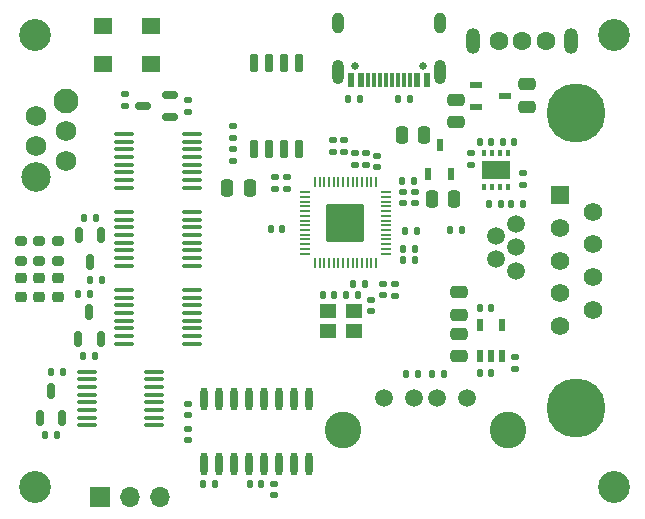
<source format=gts>
G04 #@! TF.GenerationSoftware,KiCad,Pcbnew,7.0.8*
G04 #@! TF.CreationDate,2023-10-01T21:36:48-07:00*
G04 #@! TF.ProjectId,babelfish,62616265-6c66-4697-9368-2e6b69636164,REV1*
G04 #@! TF.SameCoordinates,Original*
G04 #@! TF.FileFunction,Soldermask,Top*
G04 #@! TF.FilePolarity,Negative*
%FSLAX46Y46*%
G04 Gerber Fmt 4.6, Leading zero omitted, Abs format (unit mm)*
G04 Created by KiCad (PCBNEW 7.0.8) date 2023-10-01 21:36:48*
%MOMM*%
%LPD*%
G01*
G04 APERTURE LIST*
G04 Aperture macros list*
%AMRoundRect*
0 Rectangle with rounded corners*
0 $1 Rounding radius*
0 $2 $3 $4 $5 $6 $7 $8 $9 X,Y pos of 4 corners*
0 Add a 4 corners polygon primitive as box body*
4,1,4,$2,$3,$4,$5,$6,$7,$8,$9,$2,$3,0*
0 Add four circle primitives for the rounded corners*
1,1,$1+$1,$2,$3*
1,1,$1+$1,$4,$5*
1,1,$1+$1,$6,$7*
1,1,$1+$1,$8,$9*
0 Add four rect primitives between the rounded corners*
20,1,$1+$1,$2,$3,$4,$5,0*
20,1,$1+$1,$4,$5,$6,$7,0*
20,1,$1+$1,$6,$7,$8,$9,0*
20,1,$1+$1,$8,$9,$2,$3,0*%
G04 Aperture macros list end*
%ADD10O,1.731496X0.343002*%
%ADD11R,0.622301X1.104902*%
%ADD12RoundRect,0.135000X-0.135000X-0.185000X0.135000X-0.185000X0.135000X0.185000X-0.135000X0.185000X0*%
%ADD13RoundRect,0.150000X-0.150000X0.512500X-0.150000X-0.512500X0.150000X-0.512500X0.150000X0.512500X0*%
%ADD14RoundRect,0.250000X0.475000X-0.250000X0.475000X0.250000X-0.475000X0.250000X-0.475000X-0.250000X0*%
%ADD15RoundRect,0.135000X0.185000X-0.135000X0.185000X0.135000X-0.185000X0.135000X-0.185000X-0.135000X0*%
%ADD16RoundRect,0.250000X0.250000X0.475000X-0.250000X0.475000X-0.250000X-0.475000X0.250000X-0.475000X0*%
%ADD17C,1.500000*%
%ADD18R,1.700000X1.700000*%
%ADD19O,1.700000X1.700000*%
%ADD20C,2.700000*%
%ADD21RoundRect,0.140000X-0.170000X0.140000X-0.170000X-0.140000X0.170000X-0.140000X0.170000X0.140000X0*%
%ADD22RoundRect,0.218750X0.256250X-0.218750X0.256250X0.218750X-0.256250X0.218750X-0.256250X-0.218750X0*%
%ADD23RoundRect,0.140000X0.140000X0.170000X-0.140000X0.170000X-0.140000X-0.170000X0.140000X-0.170000X0*%
%ADD24RoundRect,0.140000X-0.140000X-0.170000X0.140000X-0.170000X0.140000X0.170000X-0.140000X0.170000X0*%
%ADD25RoundRect,0.135000X0.135000X0.185000X-0.135000X0.185000X-0.135000X-0.185000X0.135000X-0.185000X0*%
%ADD26RoundRect,0.135000X-0.185000X0.135000X-0.185000X-0.135000X0.185000X-0.135000X0.185000X0.135000X0*%
%ADD27C,0.649987*%
%ADD28O,1.000000X2.100000*%
%ADD29O,1.000000X1.800000*%
%ADD30R,0.600000X1.240005*%
%ADD31R,0.300000X1.240005*%
%ADD32RoundRect,0.250000X-0.250000X-0.475000X0.250000X-0.475000X0.250000X0.475000X-0.250000X0.475000X0*%
%ADD33C,2.100000*%
%ADD34C,2.500000*%
%ADD35C,1.750000*%
%ADD36R,0.600000X1.070003*%
%ADD37RoundRect,0.140000X0.170000X-0.140000X0.170000X0.140000X-0.170000X0.140000X-0.170000X-0.140000X0*%
%ADD38O,1.599949X1.600000*%
%ADD39O,1.200000X2.200000*%
%ADD40RoundRect,0.200000X-0.275000X0.200000X-0.275000X-0.200000X0.275000X-0.200000X0.275000X0.200000X0*%
%ADD41RoundRect,0.150000X0.512500X0.150000X-0.512500X0.150000X-0.512500X-0.150000X0.512500X-0.150000X0*%
%ADD42R,0.350013X0.600000*%
%ADD43R,2.400051X1.600000*%
%ADD44RoundRect,0.150000X0.150000X-0.512500X0.150000X0.512500X-0.150000X0.512500X-0.150000X-0.512500X0*%
%ADD45RoundRect,0.050000X-0.387500X-0.050000X0.387500X-0.050000X0.387500X0.050000X-0.387500X0.050000X0*%
%ADD46RoundRect,0.050000X-0.050000X-0.387500X0.050000X-0.387500X0.050000X0.387500X-0.050000X0.387500X0*%
%ADD47RoundRect,0.144000X-1.456000X-1.456000X1.456000X-1.456000X1.456000X1.456000X-1.456000X1.456000X0*%
%ADD48C,3.100000*%
%ADD49RoundRect,0.250000X-0.475000X0.250000X-0.475000X-0.250000X0.475000X-0.250000X0.475000X0.250000X0*%
%ADD50R,1.400000X1.200000*%
%ADD51O,0.602007X1.970993*%
%ADD52RoundRect,0.150000X0.150000X-0.650000X0.150000X0.650000X-0.150000X0.650000X-0.150000X-0.650000X0*%
%ADD53R,1.529997X1.359995*%
%ADD54R,1.070003X0.600000*%
%ADD55R,1.574803X1.574803*%
%ADD56C,1.574803*%
%ADD57C,5.000000*%
G04 APERTURE END LIST*
D10*
X93266655Y-81399796D03*
X93266655Y-82049784D03*
X93266655Y-82699771D03*
X93266655Y-83350012D03*
X93266655Y-84000000D03*
X93266655Y-84649987D03*
X93266655Y-85299974D03*
X93266655Y-85949962D03*
X98998177Y-85949962D03*
X98998177Y-85299974D03*
X98998177Y-84649987D03*
X98998177Y-84000000D03*
X98998177Y-83350012D03*
X98998177Y-82699771D03*
X98998177Y-82049784D03*
X98998177Y-81399796D03*
X93298177Y-87999822D03*
X93298177Y-88649810D03*
X93298177Y-89299797D03*
X93298177Y-89950038D03*
X93298177Y-90600026D03*
X93298177Y-91250013D03*
X93298177Y-91900000D03*
X93298177Y-92549988D03*
X99029699Y-92549988D03*
X99029699Y-91900000D03*
X99029699Y-91250013D03*
X99029699Y-90600026D03*
X99029699Y-89950038D03*
X99029699Y-89299797D03*
X99029699Y-88649810D03*
X99029699Y-87999822D03*
X93298177Y-94599796D03*
X93298177Y-95249784D03*
X93298177Y-95899771D03*
X93298177Y-96550012D03*
X93298177Y-97200000D03*
X93298177Y-97849987D03*
X93298177Y-98499974D03*
X93298177Y-99149962D03*
X99029699Y-99149962D03*
X99029699Y-98499974D03*
X99029699Y-97849987D03*
X99029699Y-97200000D03*
X99029699Y-96550012D03*
X99029699Y-95899771D03*
X99029699Y-95249784D03*
X99029699Y-94599796D03*
X90100000Y-101524917D03*
X90100000Y-102174905D03*
X90100000Y-102824892D03*
X90100000Y-103475133D03*
X90100000Y-104125121D03*
X90100000Y-104775108D03*
X90100000Y-105425095D03*
X90100000Y-106075083D03*
X95831522Y-106075083D03*
X95831522Y-105425095D03*
X95831522Y-104775108D03*
X95831522Y-104125121D03*
X95831522Y-103475133D03*
X95831522Y-102824892D03*
X95831522Y-102174905D03*
X95831522Y-101524917D03*
D11*
X123400585Y-100200000D03*
X124349785Y-100200000D03*
X125300000Y-100200000D03*
X125300000Y-97600050D03*
X123400585Y-97600050D03*
D12*
X89384000Y-94927500D03*
X90404000Y-94927500D03*
D13*
X91330000Y-89971800D03*
X89430000Y-89971800D03*
X90380000Y-92246800D03*
D14*
X121600000Y-96700000D03*
X121600000Y-94800000D03*
D15*
X98671377Y-79546774D03*
X98671377Y-78526774D03*
D16*
X118700000Y-81450000D03*
X116800000Y-81450000D03*
D17*
X126500000Y-93000000D03*
D18*
X91260000Y-112100000D03*
D19*
X93800000Y-112100000D03*
X96340000Y-112100000D03*
D20*
X85750000Y-73000000D03*
D21*
X98700000Y-106368830D03*
X98700000Y-107328830D03*
D22*
X84550000Y-95175000D03*
X84550000Y-93600000D03*
D23*
X106675500Y-89439000D03*
X105715500Y-89439000D03*
D24*
X116850000Y-85350000D03*
X117810000Y-85350000D03*
D25*
X118200000Y-101750000D03*
X117180000Y-101750000D03*
D26*
X116200000Y-94100000D03*
X116200000Y-95120000D03*
D22*
X86100000Y-95175000D03*
X86100000Y-93600000D03*
D27*
X118605383Y-75669213D03*
X112815442Y-75669213D03*
D28*
X120025500Y-76169086D03*
X111385419Y-76169086D03*
D29*
X111385419Y-71989000D03*
X120025500Y-71989000D03*
D30*
X118905358Y-76789101D03*
X118105510Y-76789101D03*
D31*
X116955396Y-76789101D03*
X115955396Y-76789101D03*
X115455523Y-76789101D03*
X114455523Y-76789101D03*
D30*
X112505561Y-76789101D03*
X113305409Y-76789101D03*
D31*
X113955396Y-76789101D03*
X114955396Y-76789101D03*
X116455523Y-76789101D03*
X117455523Y-76789101D03*
D21*
X106000000Y-111028830D03*
X106000000Y-111988830D03*
D32*
X119350000Y-86900000D03*
X121250000Y-86900000D03*
D33*
X88340000Y-78570000D03*
D34*
X85800000Y-85040000D03*
D35*
X88340000Y-83710000D03*
X85800000Y-82440000D03*
X88340000Y-81170000D03*
X85800000Y-79900000D03*
D15*
X127069979Y-85730051D03*
X127069979Y-84710051D03*
D25*
X121920000Y-89500000D03*
X120900000Y-89500000D03*
X117910500Y-91122600D03*
X116890500Y-91122600D03*
D17*
X124750000Y-92000000D03*
D20*
X85750000Y-111250000D03*
D26*
X102477600Y-80722800D03*
X102477600Y-81742800D03*
D21*
X117900000Y-86300000D03*
X117900000Y-87260000D03*
D36*
X119050038Y-84820154D03*
X120949962Y-84820154D03*
X120000000Y-82350000D03*
D37*
X111875500Y-82900000D03*
X111875500Y-81940000D03*
D38*
X128999975Y-73542990D03*
X127000000Y-73543066D03*
X125000000Y-73543066D03*
D39*
X122849886Y-73543066D03*
X131150114Y-73543066D03*
D40*
X84550000Y-90500000D03*
X84550000Y-92150000D03*
D21*
X116900000Y-86300000D03*
X116900000Y-87260000D03*
D41*
X97198177Y-79999974D03*
X97198177Y-78099974D03*
X94923177Y-79049974D03*
D22*
X87700000Y-95175000D03*
X87700000Y-93600000D03*
D25*
X88129600Y-101583200D03*
X87109600Y-101583200D03*
D26*
X126400000Y-100280000D03*
X126400000Y-101300000D03*
D24*
X103900000Y-111028830D03*
X104860000Y-111028830D03*
X117100000Y-89600000D03*
X118060000Y-89600000D03*
D42*
X123780139Y-85849848D03*
X124440032Y-85850102D03*
X125099926Y-85850102D03*
X125760073Y-85850102D03*
X125760073Y-83050000D03*
X125099926Y-83050000D03*
X124440032Y-83050000D03*
X123780139Y-83050000D03*
D43*
X124769979Y-84450051D03*
D17*
X124750000Y-90000000D03*
D24*
X123400000Y-101600000D03*
X124360000Y-101600000D03*
D26*
X113765500Y-83006200D03*
X113765500Y-84026200D03*
D44*
X86134800Y-105410000D03*
X88034800Y-105410000D03*
X87084800Y-103135000D03*
D45*
X108588000Y-86326500D03*
X108588000Y-86726500D03*
X108588000Y-87126500D03*
X108588000Y-87526500D03*
X108588000Y-87926500D03*
X108588000Y-88326500D03*
X108588000Y-88726500D03*
X108588000Y-89126500D03*
X108588000Y-89526500D03*
X108588000Y-89926500D03*
X108588000Y-90326500D03*
X108588000Y-90726500D03*
X108588000Y-91126500D03*
X108588000Y-91526500D03*
D46*
X109425500Y-92364000D03*
X109825500Y-92364000D03*
X110225500Y-92364000D03*
X110625500Y-92364000D03*
X111025500Y-92364000D03*
X111425500Y-92364000D03*
X111825500Y-92364000D03*
X112225500Y-92364000D03*
X112625500Y-92364000D03*
X113025500Y-92364000D03*
X113425500Y-92364000D03*
X113825500Y-92364000D03*
X114225500Y-92364000D03*
X114625500Y-92364000D03*
D45*
X115463000Y-91526500D03*
X115463000Y-91126500D03*
X115463000Y-90726500D03*
X115463000Y-90326500D03*
X115463000Y-89926500D03*
X115463000Y-89526500D03*
X115463000Y-89126500D03*
X115463000Y-88726500D03*
X115463000Y-88326500D03*
X115463000Y-87926500D03*
X115463000Y-87526500D03*
X115463000Y-87126500D03*
X115463000Y-86726500D03*
X115463000Y-86326500D03*
D46*
X114625500Y-85489000D03*
X114225500Y-85489000D03*
X113825500Y-85489000D03*
X113425500Y-85489000D03*
X113025500Y-85489000D03*
X112625500Y-85489000D03*
X112225500Y-85489000D03*
X111825500Y-85489000D03*
X111425500Y-85489000D03*
X111025500Y-85489000D03*
X110625500Y-85489000D03*
X110225500Y-85489000D03*
X109825500Y-85489000D03*
X109425500Y-85489000D03*
D47*
X112025500Y-88926500D03*
D12*
X86594600Y-106885000D03*
X87614600Y-106885000D03*
D24*
X123400000Y-96100000D03*
X124360000Y-96100000D03*
D17*
X115300000Y-103740000D03*
X117800000Y-103740000D03*
X119800000Y-103740000D03*
X122300000Y-103740000D03*
D48*
X111800000Y-106450000D03*
X125800000Y-106450000D03*
D25*
X113095227Y-95057862D03*
X112075227Y-95057862D03*
D40*
X86100000Y-90500000D03*
X86100000Y-92150000D03*
D25*
X113275500Y-78400000D03*
X112255500Y-78400000D03*
D21*
X122669979Y-83050051D03*
X122669979Y-84010051D03*
D37*
X107049600Y-86028200D03*
X107049600Y-85068200D03*
D25*
X127089979Y-87330051D03*
X126069979Y-87330051D03*
D26*
X112815400Y-83006200D03*
X112815400Y-84026200D03*
D40*
X87700000Y-90500000D03*
X87700000Y-92150000D03*
D12*
X119350000Y-101750000D03*
X120370000Y-101750000D03*
D37*
X114225227Y-96407862D03*
X114225227Y-95447862D03*
D25*
X91400000Y-93800000D03*
X90380000Y-93800000D03*
D44*
X89384000Y-98737500D03*
X91284000Y-98737500D03*
X90334000Y-96462500D03*
D26*
X93369577Y-78049974D03*
X93369577Y-79069974D03*
D12*
X89837200Y-100212500D03*
X90857200Y-100212500D03*
D49*
X121350000Y-78500000D03*
X121350000Y-80400000D03*
D50*
X112775227Y-96357798D03*
X110575075Y-96357798D03*
X110575075Y-98107862D03*
X112775227Y-98107862D03*
D51*
X100009982Y-109300000D03*
X101279985Y-109300000D03*
X102549987Y-109300000D03*
X103819990Y-109300000D03*
X105089992Y-109300000D03*
X106359995Y-109300000D03*
X107629997Y-109300000D03*
X108900000Y-109300000D03*
X108900000Y-103828830D03*
X107629997Y-103828830D03*
X106359995Y-103828830D03*
X105089992Y-103828830D03*
X103819990Y-103828830D03*
X102549987Y-103828830D03*
X101279985Y-103828830D03*
X100009982Y-103828830D03*
D14*
X121600000Y-100200000D03*
X121600000Y-98300000D03*
D17*
X126500000Y-89000000D03*
D24*
X100000000Y-111028830D03*
X100960000Y-111028830D03*
X110115227Y-95057798D03*
X111075227Y-95057798D03*
D37*
X110925500Y-82899000D03*
X110925500Y-81939000D03*
X106033600Y-86028200D03*
X106033600Y-85068200D03*
D20*
X134750000Y-73000000D03*
D49*
X127400000Y-77200000D03*
X127400000Y-79100000D03*
D21*
X98700000Y-104268830D03*
X98700000Y-105228830D03*
D37*
X114705500Y-84230000D03*
X114705500Y-83270000D03*
D25*
X125169979Y-87330051D03*
X124149979Y-87330051D03*
D16*
X103900000Y-86000000D03*
X102000000Y-86000000D03*
D20*
X134750000Y-111250000D03*
D25*
X90925600Y-88498200D03*
X89905600Y-88498200D03*
X117910500Y-92087800D03*
X116890500Y-92087800D03*
D52*
X104281000Y-82629800D03*
X105551000Y-82629800D03*
X106821000Y-82629800D03*
X108091000Y-82629800D03*
X108091000Y-75429800D03*
X106821000Y-75429800D03*
X105551000Y-75429800D03*
X104281000Y-75429800D03*
D53*
X91500000Y-72250000D03*
X95570104Y-72250000D03*
X91500000Y-75500000D03*
X95570104Y-75500000D03*
D24*
X125369979Y-82050051D03*
X126329979Y-82050051D03*
D54*
X123100000Y-77250000D03*
X123100000Y-79149924D03*
X125570154Y-78199962D03*
D23*
X124369979Y-82050051D03*
X123409979Y-82050051D03*
D17*
X126500000Y-91000000D03*
D12*
X116430000Y-78400000D03*
X117450000Y-78400000D03*
D26*
X102477600Y-82630400D03*
X102477600Y-83650400D03*
D24*
X112675500Y-94089000D03*
X113635500Y-94089000D03*
D21*
X115200000Y-94089000D03*
X115200000Y-95049000D03*
D55*
X130160020Y-86600076D03*
D56*
X130160020Y-89360045D03*
X130160020Y-92120015D03*
X130160020Y-94879985D03*
X130160020Y-97639954D03*
X133000000Y-87980061D03*
X133000000Y-90740030D03*
X133000000Y-93500000D03*
X133000000Y-96259969D03*
D57*
X131579883Y-79619888D03*
X131579883Y-104619888D03*
M02*

</source>
